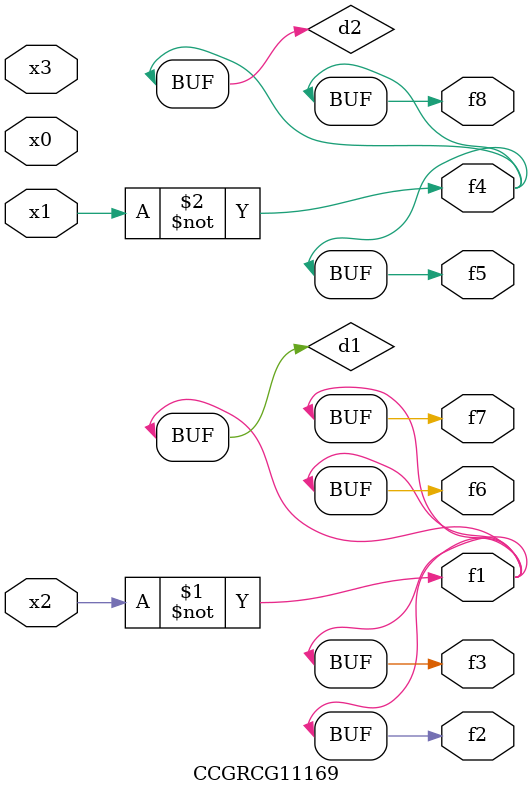
<source format=v>
module CCGRCG11169(
	input x0, x1, x2, x3,
	output f1, f2, f3, f4, f5, f6, f7, f8
);

	wire d1, d2;

	xnor (d1, x2);
	not (d2, x1);
	assign f1 = d1;
	assign f2 = d1;
	assign f3 = d1;
	assign f4 = d2;
	assign f5 = d2;
	assign f6 = d1;
	assign f7 = d1;
	assign f8 = d2;
endmodule

</source>
